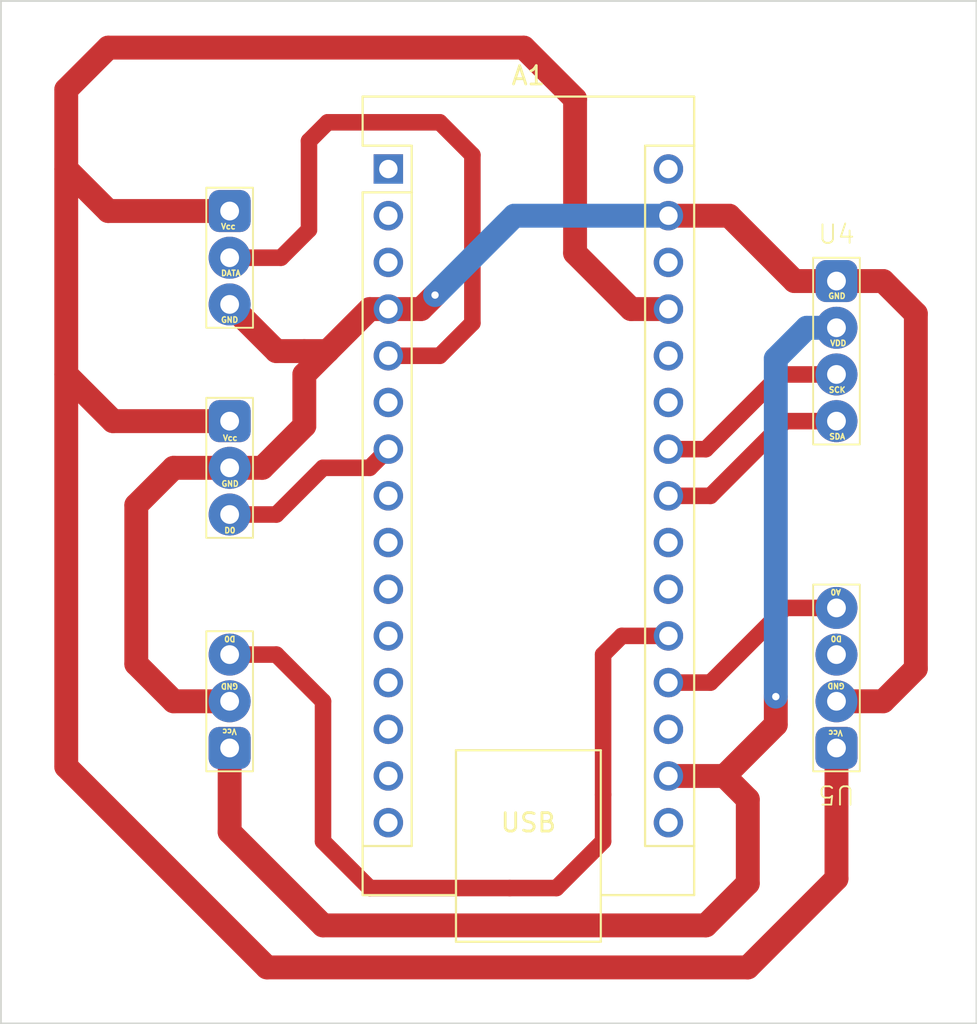
<source format=kicad_pcb>
(kicad_pcb (version 20221018) (generator pcbnew)
  (layers (0 "F.Cu" signal) (31 "B.Cu" signal) (34 "B.Paste" user) (35 "F.Paste" user) (36 "B.SilkS" user "B.Silkscreen") (37 "F.SilkS" user "F.Silkscreen") (38 "B.Mask" user) (39 "F.Mask" user) (44 "Edge.Cuts" user))
  (net 0 "")
  (net 4 "GND")
  (net 5 "Net-(A1-D2)")
  (net 7 "Net-(A1-D4)")
  (net 17 "Net-(A1-3V3)")
  (net 19 "Net-(A1-A0)")
  (net 20 "Net-(A1-A1)")
  (net 23 "Net-(A1-A4)")
  (net 24 "Net-(A1-A5)")
  (net 27 "Net-(A1-+5V)")
  (net 29 "+5V")
  (footprint "Module:Arduino_Nano" (layer "F.Cu") (at 39.116 24.384)
    (fp_text reference "A1" (at 7.62 -5.08) (layer "F.SilkS"))
    (fp_text value "Arduino_Nano_v3.x")
    (fp_text user "USB" (at 7.62 35.56 unlocked) (layer "F.SilkS"))
    (fp_line (start -1.4 -3.94) (end -1.4 -1.27) (stroke (width 0.12)) (layer "F.SilkS"))
    (fp_line (start -1.4 1.27) (end -1.4 39.5) (stroke (width 0.12)) (layer "F.SilkS"))
    (fp_line (start -1.4 39.5) (end 3.68 39.5) (stroke (width 0.12)) (layer "F.SilkS"))
    (fp_line (start 1.27 -1.27) (end -1.4 -1.27) (stroke (width 0.12)) (layer "F.SilkS"))
    (fp_line (start 1.27 1.27) (end -1.4 1.27) (stroke (width 0.12)) (layer "F.SilkS"))
    (fp_line (start 1.27 1.27) (end 1.27 -1.27) (stroke (width 0.12)) (layer "F.SilkS"))
    (fp_line (start 1.27 1.27) (end 1.27 36.83) (stroke (width 0.12)) (layer "F.SilkS"))
    (fp_line (start 1.27 36.83) (end -1.4 36.83) (stroke (width 0.12)) (layer "F.SilkS"))
    (fp_line (start 3.68 31.62) (end 11.56 31.62) (stroke (width 0.12)) (layer "F.SilkS"))
    (fp_line (start 3.68 42.04) (end 3.68 31.62) (stroke (width 0.12)) (layer "F.SilkS"))
    (fp_line (start 11.56 31.62) (end 11.56 42.04) (stroke (width 0.12)) (layer "F.SilkS"))
    (fp_line (start 11.56 42.04) (end 3.68 42.04) (stroke (width 0.12)) (layer "F.SilkS"))
    (fp_line (start 13.97 -1.27) (end 13.97 36.83) (stroke (width 0.12)) (layer "F.SilkS"))
    (fp_line (start 13.97 -1.27) (end 16.64 -1.27) (stroke (width 0.12)) (layer "F.SilkS"))
    (fp_line (start 13.97 36.83) (end 16.64 36.83) (stroke (width 0.12)) (layer "F.SilkS"))
    (fp_line (start 16.64 -3.94) (end -1.4 -3.94) (stroke (width 0.12)) (layer "F.SilkS"))
    (fp_line (start 16.64 39.5) (end 11.56 39.5) (stroke (width 0.12)) (layer "F.SilkS"))
    (fp_line (start 16.64 39.5) (end 16.64 -3.94) (stroke (width 0.12)) (layer "F.SilkS"))
    (pad "1" thru_hole rect (at 0 0) (size 1.6 1.6) (drill 1) (layers "*.Cu" "*.Mask"))
    (pad "2" thru_hole oval (at 0 2.54) (size 1.6 1.6) (drill 1) (layers "*.Cu" "*.Mask"))
    (pad "3" thru_hole oval (at 0 5.08) (size 1.6 1.6) (drill 1) (layers "*.Cu" "*.Mask"))
    (pad "4" thru_hole oval (at 0 7.62) (size 1.6 1.6) (drill 1) (layers "*.Cu" "*.Mask") (net 4 "GND"))
    (pad "5" thru_hole oval (at 0 10.16) (size 1.6 1.6) (drill 1) (layers "*.Cu" "*.Mask") (net 5 "Net-(A1-D2)"))
    (pad "6" thru_hole oval (at 0 12.7) (size 1.6 1.6) (drill 1) (layers "*.Cu" "*.Mask"))
    (pad "7" thru_hole oval (at 0 15.24) (size 1.6 1.6) (drill 1) (layers "*.Cu" "*.Mask") (net 7 "Net-(A1-D4)"))
    (pad "8" thru_hole oval (at 0 17.78) (size 1.6 1.6) (drill 1) (layers "*.Cu" "*.Mask"))
    (pad "9" thru_hole oval (at 0 20.32) (size 1.6 1.6) (drill 1) (layers "*.Cu" "*.Mask"))
    (pad "10" thru_hole oval (at 0 22.86) (size 1.6 1.6) (drill 1) (layers "*.Cu" "*.Mask"))
    (pad "11" thru_hole oval (at 0 25.4) (size 1.6 1.6) (drill 1) (layers "*.Cu" "*.Mask"))
    (pad "12" thru_hole oval (at 0 27.94) (size 1.6 1.6) (drill 1) (layers "*.Cu" "*.Mask"))
    (pad "13" thru_hole oval (at 0 30.48) (size 1.6 1.6) (drill 1) (layers "*.Cu" "*.Mask"))
    (pad "14" thru_hole oval (at 0 33.02) (size 1.6 1.6) (drill 1) (layers "*.Cu" "*.Mask"))
    (pad "15" thru_hole oval (at 0 35.56) (size 1.6 1.6) (drill 1) (layers "*.Cu" "*.Mask"))
    (pad "16" thru_hole oval (at 15.24 35.56) (size 1.6 1.6) (drill 1) (layers "*.Cu" "*.Mask"))
    (pad "17" thru_hole oval (at 15.24 33.02) (size 1.6 1.6) (drill 1) (layers "*.Cu" "*.Mask") (net 17 "Net-(A1-3V3)"))
    (pad "18" thru_hole oval (at 15.24 30.48) (size 1.6 1.6) (drill 1) (layers "*.Cu" "*.Mask"))
    (pad "19" thru_hole oval (at 15.24 27.94) (size 1.6 1.6) (drill 1) (layers "*.Cu" "*.Mask") (net 19 "Net-(A1-A0)"))
    (pad "20" thru_hole oval (at 15.24 25.4) (size 1.6 1.6) (drill 1) (layers "*.Cu" "*.Mask") (net 20 "Net-(A1-A1)"))
    (pad "21" thru_hole oval (at 15.24 22.86) (size 1.6 1.6) (drill 1) (layers "*.Cu" "*.Mask"))
    (pad "22" thru_hole oval (at 15.24 20.32) (size 1.6 1.6) (drill 1) (layers "*.Cu" "*.Mask"))
    (pad "23" thru_hole oval (at 15.24 17.78) (size 1.6 1.6) (drill 1) (layers "*.Cu" "*.Mask") (net 23 "Net-(A1-A4)"))
    (pad "24" thru_hole oval (at 15.24 15.24) (size 1.6 1.6) (drill 1) (layers "*.Cu" "*.Mask") (net 24 "Net-(A1-A5)"))
    (pad "25" thru_hole oval (at 15.24 12.7) (size 1.6 1.6) (drill 1) (layers "*.Cu" "*.Mask"))
    (pad "26" thru_hole oval (at 15.24 10.16) (size 1.6 1.6) (drill 1) (layers "*.Cu" "*.Mask"))
    (pad "27" thru_hole oval (at 15.24 7.62) (size 1.6 1.6) (drill 1) (layers "*.Cu" "*.Mask") (net 27 "Net-(A1-+5V)"))
    (pad "28" thru_hole oval (at 15.24 5.08) (size 1.6 1.6) (drill 1) (layers "*.Cu" "*.Mask"))
    (pad "29" thru_hole oval (at 15.24 2.54) (size 1.6 1.6) (drill 1) (layers "*.Cu" "*.Mask") (net 4 "GND"))
    (pad "30" thru_hole oval (at 15.24 0) (size 1.6 1.6) (drill 1) (layers "*.Cu" "*.Mask") (net 29 "+5V"))
  )
  (footprint "Gotchiplant_Library:Vibration_Module_SW420" (layer "F.Cu") (at 30.48 53.34 180)
    (fp_text reference "U6" hide)
    (fp_text value "Vibration_Module_SW 420")
    (fp_text user "Vcc" (at -0.425 -1.475 180 unlocked) (layer "F.SilkS") (effects (font (size 0.3 0.3) (thickness 0.075)) (justify left bottom)))
    (fp_text user "D0" (at -0.35 3.575 180 unlocked) (layer "F.SilkS") (effects (font (size 0.3 0.3) (thickness 0.075)) (justify left bottom)))
    (fp_text user "GND" (at -0.5 1 180 unlocked) (layer "F.SilkS") (effects (font (size 0.3 0.3) (thickness 0.075)) (justify left bottom)))
    (fp_rect (start -1.27 -3.81) (end 1.27 3.81) (stroke (width 0.1)) (fill none) (layer "F.SilkS"))
    (pad "1" thru_hole roundrect (at 0 -2.54 270) (size 2.286 2.286) (drill 1.02) (layers "*.Cu" "*.Mask") (net 17 "Net-(A1-3V3)"))
    (pad "2" thru_hole circle (at 0 0 270) (size 2.286 2.286) (drill 1.02) (layers "*.Cu" "*.Mask") (net 4 "GND"))
    (pad "3" thru_hole circle (at 0 2.54 270) (size 2.286 2.286) (drill 1.02) (layers "*.Cu" "*.Mask") (net 20 "Net-(A1-A1)"))
  )
  (footprint "Gotchiplant_Library:LDR Module LM393" (layer "F.Cu") (at 30.48 40.64)
    (fp_text reference "U3" hide)
    (fp_text value "LDR_Module_LM393")
    (fp_text user "GND" (at -0.4826 1.0414 unlocked) (layer "F.SilkS") (effects (font (size 0.3 0.3) (thickness 0.075)) (justify left bottom)))
    (fp_text user "Vcc" (at -0.4064 -1.4478 unlocked) (layer "F.SilkS") (effects (font (size 0.3 0.3) (thickness 0.075)) (justify left bottom)))
    (fp_text user "D0" (at -0.3302 3.5814 unlocked) (layer "F.SilkS") (effects (font (size 0.3 0.3) (thickness 0.075)) (justify left bottom)))
    (fp_rect (start -1.27 -3.81) (end 1.27 3.81) (stroke (width 0.1)) (fill none) (layer "F.SilkS"))
    (pad "1" thru_hole roundrect (at 0 -2.54) (size 2.286 2.286) (drill 1.02) (layers "*.Cu" "*.Mask") (net 27 "Net-(A1-+5V)"))
    (pad "2" thru_hole circle (at 0 0) (size 2.286 2.286) (drill 1.02) (layers "*.Cu" "*.Mask") (net 4 "GND"))
    (pad "3" thru_hole circle (at 0 2.54) (size 2.286 2.286) (drill 1.02) (layers "*.Cu" "*.Mask") (net 7 "Net-(A1-D4)"))
  )
  (footprint "Gotchiplant_Library:FC_28_SM Sensor" (layer "F.Cu") (at 63.5 52.07 180)
    (fp_text reference "U5" (at 0 -6.35 180 unlocked) (layer "F.SilkS") (effects (font (thickness 0.1))))
    (fp_text value "FC_28_SM_Sensor")
    (fp_text user "A0" (at -0.2794 4.8514 180 unlocked) (layer "F.SilkS") (effects (font (size 0.3 0.3) (thickness 0.075)) (justify left bottom)))
    (fp_text user "Vcc" (at -0.381 -2.8194 180 unlocked) (layer "F.SilkS") (effects (font (size 0.3 0.3) (thickness 0.075)) (justify left bottom)))
    (fp_text user "D0" (at -0.3302 2.3114 180 unlocked) (layer "F.SilkS") (effects (font (size 0.3 0.3) (thickness 0.075)) (justify left bottom)))
    (fp_text user "GND" (at -0.4826 -0.254 180 unlocked) (layer "F.SilkS") (effects (font (size 0.3 0.3) (thickness 0.075)) (justify left bottom)))
    (fp_rect (start -1.27 -5.08) (end 1.27 5.08) (stroke (width 0.1)) (fill none) (layer "F.SilkS"))
    (pad "1" thru_hole roundrect (at 0 -3.81 270) (size 2.286 2.286) (drill 1.02) (layers "*.Cu" "*.Mask") (net 27 "Net-(A1-+5V)"))
    (pad "2" thru_hole circle (at 0 -1.27 270) (size 2.286 2.286) (drill 1.02) (layers "*.Cu" "*.Mask") (net 4 "GND"))
    (pad "3" thru_hole circle (at 0 1.27 270) (size 2.286 2.286) (drill 1.02) (layers "*.Cu" "*.Mask"))
    (pad "4" thru_hole circle (at 0 3.81 270) (size 2.286 2.286) (drill 1.02) (layers "*.Cu" "*.Mask") (net 19 "Net-(A1-A0)"))
  )
  (footprint "Gotchiplant_Library:DHT11" (layer "F.Cu") (at 30.48 29.21)
    (fp_text reference "U2" hide)
    (fp_text value "DHT11")
    (fp_text user "GND" (at -0.508 3.556 unlocked) (layer "F.SilkS") (effects (font (size 0.3 0.3) (thickness 0.075)) (justify left bottom)))
    (fp_text user "DATA" (at -0.508 1.016 unlocked) (layer "F.SilkS") (effects (font (size 0.3 0.3) (thickness 0.075)) (justify left bottom)))
    (fp_text user "Vcc" (at -0.508 -1.524 unlocked) (layer "F.SilkS") (effects (font (size 0.3 0.3) (thickness 0.075)) (justify left bottom)))
    (fp_rect (start -1.27 -3.81) (end 1.27 3.81) (stroke (width 0.1)) (fill none) (layer "F.SilkS"))
    (pad "1" thru_hole roundrect (at 0 -2.54 90) (size 2.286 2.286) (drill 1.02) (layers "*.Cu" "*.Mask") (net 27 "Net-(A1-+5V)"))
    (pad "2" thru_hole circle (at 0 0) (size 2.286 2.286) (drill 1.02) (layers "*.Cu" "*.Mask") (net 5 "Net-(A1-D2)"))
    (pad "3" thru_hole circle (at 0 2.54) (size 2.286 2.286) (drill 1.02) (layers "*.Cu" "*.Mask") (net 4 "GND"))
  )
  (footprint "Gotchiplant_Library:Display_LCD_OLED" (layer "F.Cu") (at 63.5 34.29)
    (fp_text reference "U4" (at 0 -6.35 unlocked) (layer "F.SilkS") (effects (font (thickness 0.1))))
    (fp_text value "Display_LCD_OLED")
    (fp_text user "SCK" (at -0.4572 2.286 unlocked) (layer "F.SilkS") (effects (font (size 0.3 0.3) (thickness 0.075)) (justify left bottom)))
    (fp_text user "GND" (at -0.4826 -2.8194 unlocked) (layer "F.SilkS") (effects (font (size 0.3 0.3) (thickness 0.075)) (justify left bottom)))
    (fp_text user "SDA" (at -0.4318 4.826 unlocked) (layer "F.SilkS") (effects (font (size 0.3 0.3) (thickness 0.075)) (justify left bottom)))
    (fp_text user "VDD" (at -0.381 -0.254 unlocked) (layer "F.SilkS") (effects (font (size 0.3 0.3) (thickness 0.075)) (justify left bottom)))
    (fp_rect (start -1.27 -5.08) (end 1.27 5.08) (stroke (width 0.1)) (fill none) (layer "F.SilkS"))
    (pad "1" thru_hole roundrect (at 0 -3.81 90) (size 2.286 2.286) (drill 1.02) (layers "*.Cu" "*.Mask") (net 4 "GND"))
    (pad "2" thru_hole circle (at 0 -1.27 90) (size 2.286 2.286) (drill 1.02) (layers "*.Cu" "*.Mask") (net 17 "Net-(A1-3V3)"))
    (pad "3" thru_hole circle (at 0 1.27 90) (size 2.286 2.286) (drill 1.02) (layers "*.Cu" "*.Mask") (net 24 "Net-(A1-A5)"))
    (pad "4" thru_hole circle (at 0 3.81 90) (size 2.286 2.286) (drill 1.02) (layers "*.Cu" "*.Mask") (net 23 "Net-(A1-A4)"))
  )
  (gr_rect (start 18.034 15.24) (end 71.12 70.866) (stroke (width 0.1)) (fill none) (layer "Edge.Cuts"))
  (segment (start 66.04 53.34) (end 63.5 53.34) (width 1.3) (layer "F.Cu") (net 4))
  (segment (start 32.258 40.64) (end 34.544 38.354) (width 1.3) (layer "F.Cu") (net 4))
  (segment (start 63.5 30.48) (end 61.214 30.48) (width 1.3) (layer "F.Cu") (net 4))
  (segment (start 27.432 40.64) (end 25.4 42.672) (width 1.3) (layer "F.Cu") (net 4))
  (segment (start 57.658 26.924) (end 54.356 26.924) (width 1.3) (layer "F.Cu") (net 4))
  (segment (start 67.818 51.562) (end 66.04 53.34) (width 1.3) (layer "F.Cu") (net 4))
  (segment (start 30.48 40.64) (end 27.432 40.64) (width 1.3) (layer "F.Cu") (net 4))
  (segment (start 61.214 30.48) (end 57.658 26.924) (width 1.3) (layer "F.Cu") (net 4))
  (segment (start 30.48 40.64) (end 32.258 40.64) (width 1.3) (layer "F.Cu") (net 4))
  (segment (start 66.04 30.48) (end 67.818 32.258) (width 1.3) (layer "F.Cu") (net 4))
  (segment (start 40.894 32.004) (end 41.656 31.242) (width 1.3) (layer "F.Cu") (net 4))
  (segment (start 25.4 42.672) (end 25.4 51.308) (width 1.3) (layer "F.Cu") (net 4))
  (segment (start 25.4 51.308) (end 27.432 53.34) (width 1.3) (layer "F.Cu") (net 4))
  (segment (start 39.116 32.004) (end 38.1 32.004) (width 1.3) (layer "F.Cu") (net 4))
  (segment (start 34.544 35.56) (end 35.814 34.29) (width 1.3) (layer "F.Cu") (net 4))
  (segment (start 39.116 32.004) (end 40.894 32.004) (width 1.3) (layer "F.Cu") (net 4))
  (segment (start 34.544 34.29) (end 33.02 34.29) (width 1.3) (layer "F.Cu") (net 4))
  (segment (start 63.5 30.48) (end 66.04 30.48) (width 1.3) (layer "F.Cu") (net 4))
  (segment (start 27.432 53.34) (end 30.48 53.34) (width 1.3) (layer "F.Cu") (net 4))
  (segment (start 34.544 38.354) (end 34.544 35.56) (width 1.3) (layer "F.Cu") (net 4))
  (segment (start 38.1 32.004) (end 35.814 34.29) (width 1.3) (layer "F.Cu") (net 4))
  (segment (start 35.814 34.29) (end 34.544 34.29) (width 1.3) (layer "F.Cu") (net 4))
  (segment (start 33.02 34.29) (end 30.48 31.75) (width 1.3) (layer "F.Cu") (net 4))
  (segment (start 67.818 32.258) (end 67.818 51.562) (width 1.3) (layer "F.Cu") (net 4))
  (via (at 41.656 31.242) (size 0.8) (drill 0.4) (layers "F.Cu" "B.Cu") (net 4))
  (segment (start 45.974 26.924) (end 54.356 26.924) (width 1.3) (layer "B.Cu") (net 4))
  (segment (start 41.656 31.242) (end 45.974 26.924) (width 1.3) (layer "B.Cu") (net 4))
  (segment (start 34.798 27.686) (end 34.798 22.86) (width 0.9) (layer "F.Cu") (net 5))
  (segment (start 41.91 21.844) (end 43.688 23.622) (width 0.9) (layer "F.Cu") (net 5))
  (segment (start 35.814 21.844) (end 41.91 21.844) (width 0.9) (layer "F.Cu") (net 5))
  (segment (start 41.91 34.544) (end 39.116 34.544) (width 0.9) (layer "F.Cu") (net 5))
  (segment (start 30.48 29.21) (end 33.274 29.21) (width 0.9) (layer "F.Cu") (net 5))
  (segment (start 43.688 23.622) (end 43.688 32.766) (width 0.9) (layer "F.Cu") (net 5))
  (segment (start 34.798 22.86) (end 35.814 21.844) (width 0.9) (layer "F.Cu") (net 5))
  (segment (start 43.688 32.766) (end 41.91 34.544) (width 0.9) (layer "F.Cu") (net 5))
  (segment (start 33.274 29.21) (end 34.798 27.686) (width 0.9) (layer "F.Cu") (net 5))
  (segment (start 30.48 43.18) (end 33.02 43.18) (width 0.9) (layer "F.Cu") (net 7))
  (segment (start 35.56 40.64) (end 38.1 40.64) (width 0.9) (layer "F.Cu") (net 7))
  (segment (start 38.1 40.64) (end 39.116 39.624) (width 0.9) (layer "F.Cu") (net 7))
  (segment (start 33.02 43.18) (end 35.56 40.64) (width 0.9) (layer "F.Cu") (net 7))
  (segment (start 60.198 54.61) (end 60.198 53.086) (width 1.3) (layer "F.Cu") (net 17))
  (segment (start 30.48 60.452) (end 30.48 55.88) (width 1.3) (layer "F.Cu") (net 17))
  (segment (start 58.674 63.246) (end 56.388 65.532) (width 1.3) (layer "F.Cu") (net 17))
  (segment (start 35.56 65.532) (end 30.48 60.452) (width 1.3) (layer "F.Cu") (net 17))
  (segment (start 56.388 65.532) (end 35.56 65.532) (width 1.3) (layer "F.Cu") (net 17))
  (segment (start 58.674 58.674) (end 58.674 63.246) (width 1.3) (layer "F.Cu") (net 17))
  (segment (start 54.356 57.404) (end 57.404 57.404) (width 1.3) (layer "F.Cu") (net 17))
  (segment (start 57.404 57.404) (end 60.198 54.61) (width 1.3) (layer "F.Cu") (net 17))
  (segment (start 57.404 57.404) (end 58.674 58.674) (width 1.3) (layer "F.Cu") (net 17))
  (via (at 60.198 53.086) (size 0.8) (drill 0.4) (layers "F.Cu" "B.Cu") (net 17))
  (segment (start 60.198 34.705554) (end 61.883554 33.02) (width 1.3) (layer "B.Cu") (net 17))
  (segment (start 61.883554 33.02) (end 63.5 33.02) (width 1.3) (layer "B.Cu") (net 17))
  (segment (start 60.198 53.086) (end 60.198 34.705554) (width 1.3) (layer "B.Cu") (net 17))
  (segment (start 60.706 48.26) (end 56.642 52.324) (width 0.9) (layer "F.Cu") (net 19))
  (segment (start 56.642 52.324) (end 54.356 52.324) (width 0.9) (layer "F.Cu") (net 19))
  (segment (start 63.5 48.26) (end 60.706 48.26) (width 0.9) (layer "F.Cu") (net 19))
  (segment (start 50.8 50.8) (end 51.816 49.784) (width 0.9) (layer "F.Cu") (net 20))
  (segment (start 51.816 49.784) (end 54.356 49.784) (width 0.9) (layer "F.Cu") (net 20))
  (segment (start 35.56 60.96) (end 38.1 63.5) (width 0.9) (layer "F.Cu") (net 20))
  (segment (start 35.56 53.34) (end 35.56 60.96) (width 0.9) (layer "F.Cu") (net 20))
  (segment (start 30.48 50.8) (end 33.02 50.8) (width 0.9) (layer "F.Cu") (net 20))
  (segment (start 48.26 63.5) (end 50.8 60.96) (width 0.9) (layer "F.Cu") (net 20))
  (segment (start 50.8 60.96) (end 50.8 58.42) (width 0.9) (layer "F.Cu") (net 20))
  (segment (start 33.02 50.8) (end 35.56 53.34) (width 0.9) (layer "F.Cu") (net 20))
  (segment (start 45.72 63.5) (end 48.26 63.5) (width 0.9) (layer "F.Cu") (net 20))
  (segment (start 50.8 58.42) (end 50.8 50.8) (width 0.9) (layer "F.Cu") (net 20))
  (segment (start 38.1 63.5) (end 45.72 63.5) (width 0.9) (layer "F.Cu") (net 20))
  (segment (start 60.706 38.1) (end 56.642 42.164) (width 0.9) (layer "F.Cu") (net 23))
  (segment (start 56.642 42.164) (end 54.356 42.164) (width 0.9) (layer "F.Cu") (net 23))
  (segment (start 63.5 38.1) (end 60.706 38.1) (width 0.9) (layer "F.Cu") (net 23))
  (segment (start 60.452 35.56) (end 56.388 39.624) (width 0.9) (layer "F.Cu") (net 24))
  (segment (start 63.5 35.56) (end 60.452 35.56) (width 0.9) (layer "F.Cu") (net 24))
  (segment (start 56.388 39.624) (end 54.356 39.624) (width 0.9) (layer "F.Cu") (net 24))
  (segment (start 49.276 20.574) (end 49.276 28.956) (width 1.3) (layer "F.Cu") (net 27))
  (segment (start 21.59 20.066) (end 21.59 24.384) (width 1.3) (layer "F.Cu") (net 27))
  (segment (start 58.674 67.818) (end 63.5 62.992) (width 1.3) (layer "F.Cu") (net 27))
  (segment (start 23.876 26.67) (end 21.59 24.384) (width 1.3) (layer "F.Cu") (net 27))
  (segment (start 46.482 17.78) (end 23.876 17.78) (width 1.3) (layer "F.Cu") (net 27))
  (segment (start 21.59 35.56) (end 24.13 38.1) (width 1.3) (layer "F.Cu") (net 27))
  (segment (start 32.512 67.818) (end 58.674 67.818) (width 1.3) (layer "F.Cu") (net 27))
  (segment (start 21.59 56.896) (end 32.512 67.818) (width 1.3) (layer "F.Cu") (net 27))
  (segment (start 21.59 24.384) (end 21.59 35.56) (width 1.3) (layer "F.Cu") (net 27))
  (segment (start 23.876 17.78) (end 21.59 20.066) (width 1.3) (layer "F.Cu") (net 27))
  (segment (start 52.324 32.004) (end 54.356 32.004) (width 1.3) (layer "F.Cu") (net 27))
  (segment (start 63.5 62.992) (end 63.5 55.88) (width 1.3) (layer "F.Cu") (net 27))
  (segment (start 24.13 38.1) (end 30.48 38.1) (width 1.3) (layer "F.Cu") (net 27))
  (segment (start 46.482 17.78) (end 49.276 20.574) (width 1.3) (layer "F.Cu") (net 27))
  (segment (start 21.59 35.56) (end 21.59 56.896) (width 1.3) (layer "F.Cu") (net 27))
  (segment (start 30.48 26.67) (end 23.876 26.67) (width 1.3) (layer "F.Cu") (net 27))
  (segment (start 49.276 28.956) (end 52.324 32.004) (width 1.3) (layer "F.Cu") (net 27))
)
</source>
